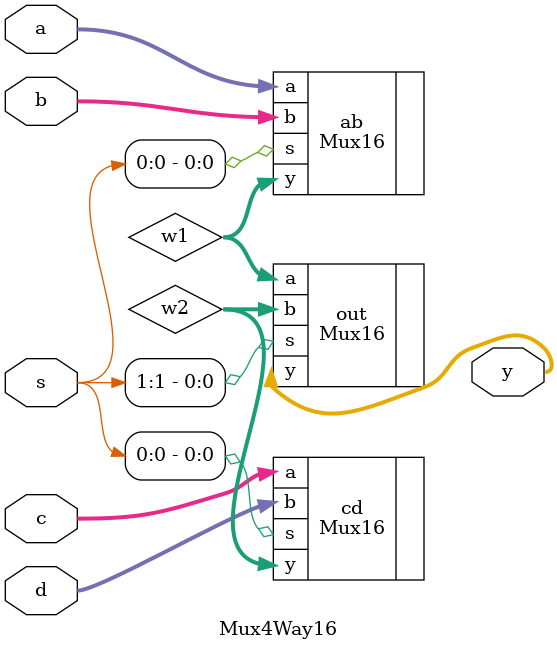
<source format=v>
module Mux4Way16(
input [15:0]a,
input [15:0]b,
input [15:0]c,
input [15:0]d,
input [1:0]s,
output [15:0]y
);

wire [15:0]w1;
wire [15:0]w2;

Mux16 ab(
.a(a),
.b(b),
.s(s[0]),
.y(w1)
);

Mux16 cd(
.a(c),
.b(d),
.s(s[0]),
.y(w2)
);

Mux16 out(
.a(w1),
.b(w2),
.s(s[1]),
.y(y)
);

endmodule 
</source>
